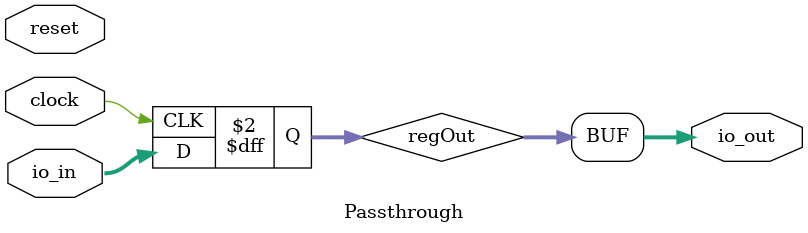
<source format=v>
`ifndef RANDOMIZE
  `ifdef RANDOMIZE_REG_INIT
    `define RANDOMIZE
  `endif // RANDOMIZE_REG_INIT
`endif // not def RANDOMIZE

`ifndef RANDOM
  `define RANDOM $random
`endif // not def RANDOM

// Users can define INIT_RANDOM as general code that gets injected into the
// initializer block for modules with registers.
`ifndef INIT_RANDOM
  `define INIT_RANDOM
`endif // not def INIT_RANDOM

// If using random initialization, you can also define RANDOMIZE_DELAY to
// customize the delay used, otherwise 0.002 is used.
`ifndef RANDOMIZE_DELAY
  `define RANDOMIZE_DELAY 0.002
`endif // not def RANDOMIZE_DELAY

// Define INIT_RANDOM_PROLOG_ for use in our modules below.
`ifndef INIT_RANDOM_PROLOG_
  `ifdef RANDOMIZE
    `ifdef VERILATOR
      `define INIT_RANDOM_PROLOG_ `INIT_RANDOM
    `else  // VERILATOR
      `define INIT_RANDOM_PROLOG_ `INIT_RANDOM #`RANDOMIZE_DELAY begin end
    `endif // VERILATOR
  `else  // RANDOMIZE
    `define INIT_RANDOM_PROLOG_
  `endif // RANDOMIZE
`endif // not def INIT_RANDOM_PROLOG_

// Include register initializers in init blocks unless synthesis is set
`ifndef SYNTHESIS
  `ifndef ENABLE_INITIAL_REG_
    `define ENABLE_INITIAL_REG_
  `endif // not def ENABLE_INITIAL_REG_
`endif // not def SYNTHESIS

// Include rmemory initializers in init blocks unless synthesis is set
`ifndef SYNTHESIS
  `ifndef ENABLE_INITIAL_MEM_
    `define ENABLE_INITIAL_MEM_
  `endif // not def ENABLE_INITIAL_MEM_
`endif // not def SYNTHESIS

module Passthrough(	// <stdin>:3:3
  input        clock,	// <stdin>:4:11
               reset,	// <stdin>:5:11
  input  [3:0] io_in,	// src/main/scala/xCache/First.scala:6:14
  output [3:0] io_out	// src/main/scala/xCache/First.scala:6:14
);

  reg [3:0] regOut;	// src/main/scala/xCache/First.scala:10:25
  always @(posedge clock)	// <stdin>:4:11
    regOut <= io_in;	// src/main/scala/xCache/First.scala:10:25
  `ifdef ENABLE_INITIAL_REG_	// <stdin>:3:3
    `ifdef FIRRTL_BEFORE_INITIAL	// <stdin>:3:3
      `FIRRTL_BEFORE_INITIAL	// <stdin>:3:3
    `endif // FIRRTL_BEFORE_INITIAL
    initial begin	// <stdin>:3:3
      automatic logic [31:0] _RANDOM[0:0];	// <stdin>:3:3
      `ifdef INIT_RANDOM_PROLOG_	// <stdin>:3:3
        `INIT_RANDOM_PROLOG_	// <stdin>:3:3
      `endif // INIT_RANDOM_PROLOG_
      `ifdef RANDOMIZE_REG_INIT	// <stdin>:3:3
        _RANDOM[/*Zero width*/ 1'b0] = `RANDOM;	// <stdin>:3:3
        regOut = _RANDOM[/*Zero width*/ 1'b0][3:0];	// <stdin>:3:3, src/main/scala/xCache/First.scala:10:25
      `endif // RANDOMIZE_REG_INIT
    end // initial
    `ifdef FIRRTL_AFTER_INITIAL	// <stdin>:3:3
      `FIRRTL_AFTER_INITIAL	// <stdin>:3:3
    `endif // FIRRTL_AFTER_INITIAL
  `endif // ENABLE_INITIAL_REG_
  assign io_out = regOut;	// <stdin>:3:3, src/main/scala/xCache/First.scala:10:25
endmodule


</source>
